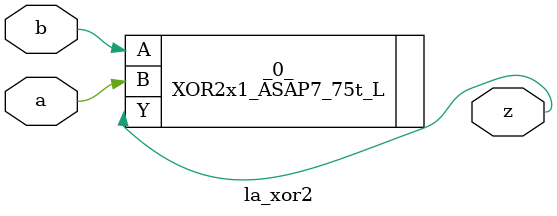
<source format=v>

/* Generated by Yosys 0.44 (git sha1 80ba43d26, g++ 11.4.0-1ubuntu1~22.04 -fPIC -O3) */

(* top =  1  *)
(* src = "generated" *)
module la_xor2 (
    a,
    b,
    z
);
  (* src = "generated" *)
  input a;
  wire a;
  (* src = "generated" *)
  input b;
  wire b;
  (* src = "generated" *)
  output z;
  wire z;
  XOR2x1_ASAP7_75t_L _0_ (
      .A(b),
      .B(a),
      .Y(z)
  );
endmodule

</source>
